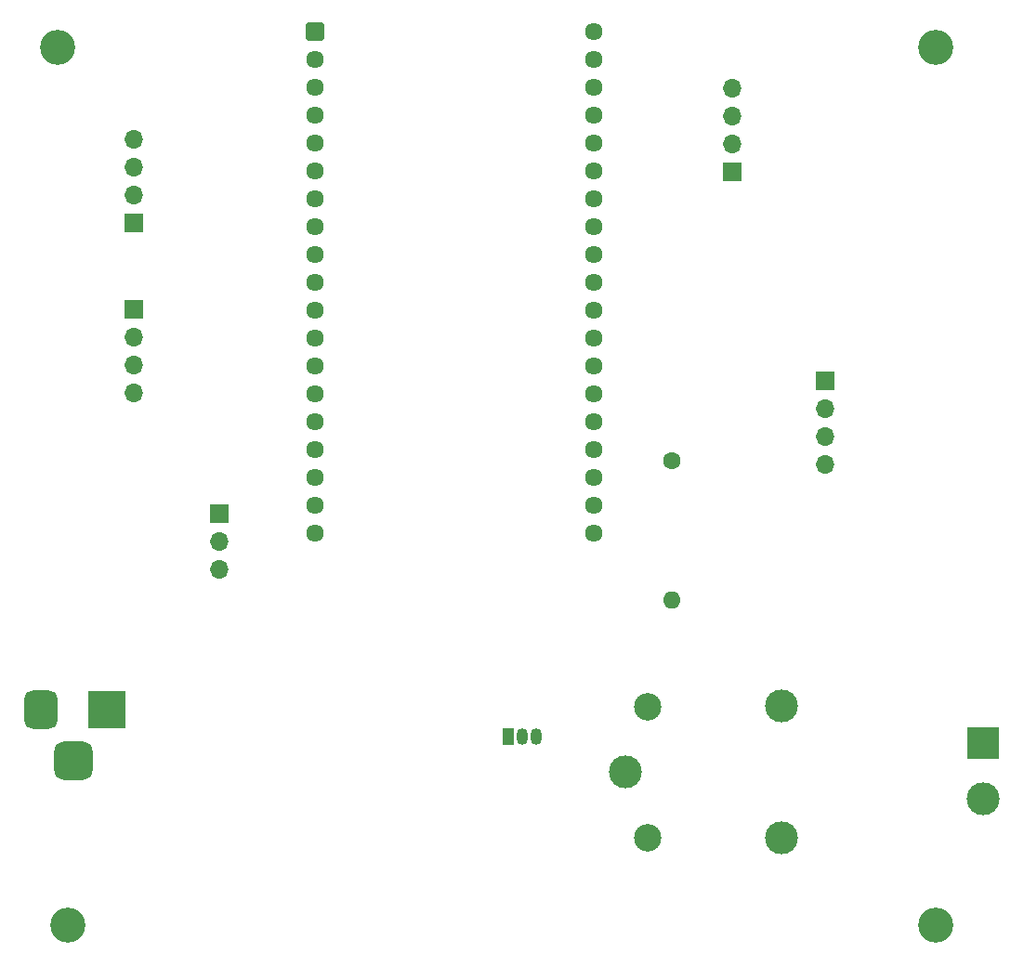
<source format=gbr>
%TF.GenerationSoftware,KiCad,Pcbnew,9.0.0*%
%TF.CreationDate,2025-02-27T14:40:57-05:00*%
%TF.ProjectId,pcb1prototipo,70636231-7072-46f7-946f-7469706f2e6b,rev?*%
%TF.SameCoordinates,Original*%
%TF.FileFunction,Soldermask,Top*%
%TF.FilePolarity,Negative*%
%FSLAX46Y46*%
G04 Gerber Fmt 4.6, Leading zero omitted, Abs format (unit mm)*
G04 Created by KiCad (PCBNEW 9.0.0) date 2025-02-27 14:40:57*
%MOMM*%
%LPD*%
G01*
G04 APERTURE LIST*
G04 Aperture macros list*
%AMRoundRect*
0 Rectangle with rounded corners*
0 $1 Rounding radius*
0 $2 $3 $4 $5 $6 $7 $8 $9 X,Y pos of 4 corners*
0 Add a 4 corners polygon primitive as box body*
4,1,4,$2,$3,$4,$5,$6,$7,$8,$9,$2,$3,0*
0 Add four circle primitives for the rounded corners*
1,1,$1+$1,$2,$3*
1,1,$1+$1,$4,$5*
1,1,$1+$1,$6,$7*
1,1,$1+$1,$8,$9*
0 Add four rect primitives between the rounded corners*
20,1,$1+$1,$2,$3,$4,$5,0*
20,1,$1+$1,$4,$5,$6,$7,0*
20,1,$1+$1,$6,$7,$8,$9,0*
20,1,$1+$1,$8,$9,$2,$3,0*%
G04 Aperture macros list end*
%ADD10C,3.200000*%
%ADD11R,1.700000X1.700000*%
%ADD12O,1.700000X1.700000*%
%ADD13C,1.612000*%
%ADD14RoundRect,0.102000X-0.704000X-0.704000X0.704000X-0.704000X0.704000X0.704000X-0.704000X0.704000X0*%
%ADD15O,1.600000X1.600000*%
%ADD16C,1.600000*%
%ADD17R,3.500000X3.500000*%
%ADD18RoundRect,0.750000X-0.750000X-1.000000X0.750000X-1.000000X0.750000X1.000000X-0.750000X1.000000X0*%
%ADD19RoundRect,0.875000X-0.875000X-0.875000X0.875000X-0.875000X0.875000X0.875000X-0.875000X0.875000X0*%
%ADD20C,3.000000*%
%ADD21C,2.500000*%
%ADD22R,1.050000X1.500000*%
%ADD23O,1.050000X1.500000*%
%ADD24R,3.000000X3.000000*%
G04 APERTURE END LIST*
D10*
%TO.C,REF\u002A\u002A*%
X155000000Y-41000000D03*
%TD*%
D11*
%TO.C,A3*%
X82000000Y-57000000D03*
D12*
X82000000Y-49380000D03*
X82000000Y-51920000D03*
X82000000Y-54460000D03*
%TD*%
D13*
%TO.C,U2*%
X98500000Y-72520000D03*
X123900000Y-42040000D03*
X123900000Y-85220000D03*
X98500000Y-85220000D03*
X123900000Y-82680000D03*
X98500000Y-82680000D03*
X123900000Y-80140000D03*
X98500000Y-80140000D03*
X123900000Y-77600000D03*
X98500000Y-77600000D03*
X123900000Y-75060000D03*
X98500000Y-75060000D03*
X123900000Y-72520000D03*
X123900000Y-69980000D03*
X98500000Y-69980000D03*
X123900000Y-67440000D03*
X98500000Y-67440000D03*
X123900000Y-64900000D03*
X98500000Y-64900000D03*
X123900000Y-62360000D03*
X98500000Y-62360000D03*
X123900000Y-59820000D03*
X98500000Y-59820000D03*
X123900000Y-57280000D03*
X98500000Y-57280000D03*
X123900000Y-54740000D03*
X98500000Y-54740000D03*
X123900000Y-52200000D03*
X98500000Y-52200000D03*
X123900000Y-49660000D03*
X98500000Y-49660000D03*
X123900000Y-47120000D03*
X98500000Y-47120000D03*
X123900000Y-44580000D03*
X98500000Y-44580000D03*
X98500000Y-42040000D03*
X123900000Y-39500000D03*
D14*
X98500000Y-39500000D03*
%TD*%
D15*
%TO.C,R1*%
X131000000Y-91350000D03*
D16*
X131000000Y-78650000D03*
%TD*%
D11*
%TO.C,A4*%
X82000000Y-64880000D03*
D12*
X82000000Y-72500000D03*
X82000000Y-69960000D03*
X82000000Y-67420000D03*
%TD*%
D11*
%TO.C,B1*%
X89745000Y-83500000D03*
D12*
X89745000Y-88580000D03*
X89745000Y-86040000D03*
%TD*%
D10*
%TO.C,REF\u002A\u002A*%
X155000000Y-121000000D03*
%TD*%
%TO.C,REF\u002A\u002A*%
X76000000Y-121000000D03*
%TD*%
D17*
%TO.C,J2*%
X79500000Y-101300000D03*
D18*
X73500000Y-101300000D03*
D19*
X76500000Y-106000000D03*
%TD*%
D11*
%TO.C,A1*%
X136475000Y-52300000D03*
D12*
X136475000Y-49760000D03*
X136475000Y-47220000D03*
X136475000Y-44680000D03*
%TD*%
D20*
%TO.C,K1*%
X126800000Y-107000000D03*
D21*
X128750000Y-113050000D03*
D20*
X140950000Y-113050000D03*
X141000000Y-101000000D03*
D21*
X128750000Y-101050000D03*
%TD*%
D11*
%TO.C,A2*%
X145000000Y-71380000D03*
D12*
X145000000Y-73920000D03*
X145000000Y-76460000D03*
X145000000Y-79000000D03*
%TD*%
D22*
%TO.C,Q1*%
X116100000Y-103800000D03*
D23*
X117370000Y-103800000D03*
X118640000Y-103800000D03*
%TD*%
D10*
%TO.C,REF\u002A\u002A*%
X75000000Y-41000000D03*
%TD*%
D24*
%TO.C,J1*%
X159350000Y-104350000D03*
D20*
X159350000Y-109430000D03*
%TD*%
M02*

</source>
